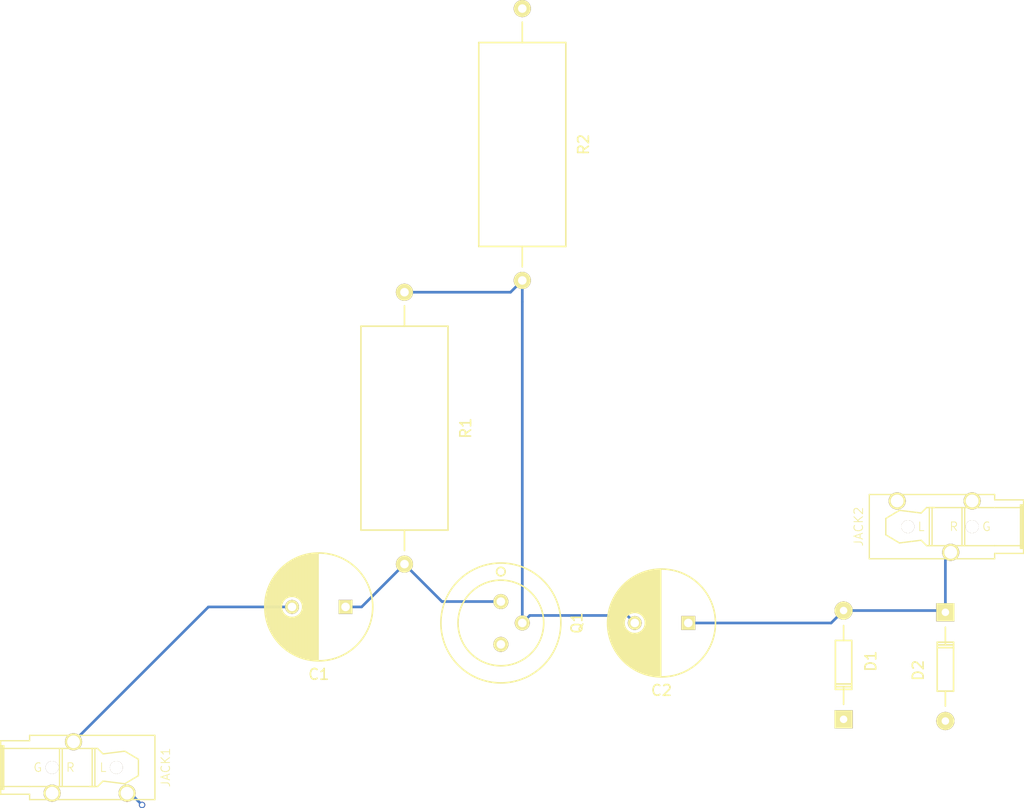
<source format=kicad_pcb>
(kicad_pcb (version 4) (host pcbnew 4.0.2-4+6225~38~ubuntu15.10.1-stable)

  (general
    (links 13)
    (no_connects 12)
    (area 78.06074 81.8 176.96306 145.325)
    (thickness 1.6)
    (drawings 0)
    (tracks 24)
    (zones 0)
    (modules 9)
    (nets 9)
  )

  (page A4)
  (layers
    (0 F.Cu signal)
    (31 B.Cu signal)
    (32 B.Adhes user)
    (33 F.Adhes user)
    (34 B.Paste user)
    (35 F.Paste user)
    (36 B.SilkS user)
    (37 F.SilkS user)
    (38 B.Mask user)
    (39 F.Mask user)
    (40 Dwgs.User user)
    (41 Cmts.User user)
    (42 Eco1.User user)
    (43 Eco2.User user)
    (44 Edge.Cuts user)
    (45 Margin user)
    (46 B.CrtYd user)
    (47 F.CrtYd user)
    (48 B.Fab user)
    (49 F.Fab user)
  )

  (setup
    (last_trace_width 0.25)
    (trace_clearance 0.2)
    (zone_clearance 0.508)
    (zone_45_only no)
    (trace_min 0.2)
    (segment_width 0.2)
    (edge_width 0.15)
    (via_size 0.6)
    (via_drill 0.4)
    (via_min_size 0.4)
    (via_min_drill 0.3)
    (uvia_size 0.3)
    (uvia_drill 0.1)
    (uvias_allowed no)
    (uvia_min_size 0.2)
    (uvia_min_drill 0.1)
    (pcb_text_width 0.3)
    (pcb_text_size 1.5 1.5)
    (mod_edge_width 0.15)
    (mod_text_size 1 1)
    (mod_text_width 0.15)
    (pad_size 1.524 1.524)
    (pad_drill 0.762)
    (pad_to_mask_clearance 0.2)
    (aux_axis_origin 0 0)
    (visible_elements FFFFFF7F)
    (pcbplotparams
      (layerselection 0x00030_80000001)
      (usegerberextensions false)
      (excludeedgelayer true)
      (linewidth 0.100000)
      (plotframeref false)
      (viasonmask false)
      (mode 1)
      (useauxorigin false)
      (hpglpennumber 1)
      (hpglpenspeed 20)
      (hpglpendiameter 15)
      (hpglpenoverlay 2)
      (psnegative false)
      (psa4output false)
      (plotreference true)
      (plotvalue true)
      (plotinvisibletext false)
      (padsonsilk false)
      (subtractmaskfromsilk false)
      (outputformat 1)
      (mirror false)
      (drillshape 1)
      (scaleselection 1)
      (outputdirectory ""))
  )

  (net 0 "")
  (net 1 "Net-(C1-Pad1)")
  (net 2 "Net-(C1-Pad2)")
  (net 3 "Net-(C2-Pad1)")
  (net 4 "Net-(C2-Pad2)")
  (net 5 GND)
  (net 6 "Net-(JACK2-Pad3)")
  (net 7 +9V)
  (net 8 "Net-(JACK1-Pad3)")

  (net_class Default "This is the default net class."
    (clearance 0.2)
    (trace_width 0.25)
    (via_dia 0.6)
    (via_drill 0.4)
    (uvia_dia 0.3)
    (uvia_drill 0.1)
    (add_net +9V)
    (add_net GND)
    (add_net "Net-(C1-Pad1)")
    (add_net "Net-(C1-Pad2)")
    (add_net "Net-(C2-Pad1)")
    (add_net "Net-(C2-Pad2)")
    (add_net "Net-(JACK1-Pad3)")
    (add_net "Net-(JACK2-Pad3)")
  )

  (module Capacitors_ThroughHole:C_Radial_D10_L20_P5 (layer F.Cu) (tedit 0) (tstamp 56FEDDAA)
    (at 112 109 180)
    (descr "Radial Electrolytic Capacitor Diameter 10mm x Length 20mm, Pitch 5mm")
    (tags "Electrolytic Capacitor")
    (path /56FFF27B)
    (fp_text reference C1 (at 2.5 -6.3 180) (layer F.SilkS)
      (effects (font (size 1 1) (thickness 0.15)))
    )
    (fp_text value 4.7uF (at 2.5 6.3 180) (layer F.Fab)
      (effects (font (size 1 1) (thickness 0.15)))
    )
    (fp_line (start 2.575 -4.999) (end 2.575 4.999) (layer F.SilkS) (width 0.15))
    (fp_line (start 2.715 -4.995) (end 2.715 4.995) (layer F.SilkS) (width 0.15))
    (fp_line (start 2.855 -4.987) (end 2.855 4.987) (layer F.SilkS) (width 0.15))
    (fp_line (start 2.995 -4.975) (end 2.995 4.975) (layer F.SilkS) (width 0.15))
    (fp_line (start 3.135 -4.96) (end 3.135 4.96) (layer F.SilkS) (width 0.15))
    (fp_line (start 3.275 -4.94) (end 3.275 4.94) (layer F.SilkS) (width 0.15))
    (fp_line (start 3.415 -4.916) (end 3.415 4.916) (layer F.SilkS) (width 0.15))
    (fp_line (start 3.555 -4.887) (end 3.555 4.887) (layer F.SilkS) (width 0.15))
    (fp_line (start 3.695 -4.855) (end 3.695 4.855) (layer F.SilkS) (width 0.15))
    (fp_line (start 3.835 -4.818) (end 3.835 4.818) (layer F.SilkS) (width 0.15))
    (fp_line (start 3.975 -4.777) (end 3.975 4.777) (layer F.SilkS) (width 0.15))
    (fp_line (start 4.115 -4.732) (end 4.115 -0.466) (layer F.SilkS) (width 0.15))
    (fp_line (start 4.115 0.466) (end 4.115 4.732) (layer F.SilkS) (width 0.15))
    (fp_line (start 4.255 -4.682) (end 4.255 -0.667) (layer F.SilkS) (width 0.15))
    (fp_line (start 4.255 0.667) (end 4.255 4.682) (layer F.SilkS) (width 0.15))
    (fp_line (start 4.395 -4.627) (end 4.395 -0.796) (layer F.SilkS) (width 0.15))
    (fp_line (start 4.395 0.796) (end 4.395 4.627) (layer F.SilkS) (width 0.15))
    (fp_line (start 4.535 -4.567) (end 4.535 -0.885) (layer F.SilkS) (width 0.15))
    (fp_line (start 4.535 0.885) (end 4.535 4.567) (layer F.SilkS) (width 0.15))
    (fp_line (start 4.675 -4.502) (end 4.675 -0.946) (layer F.SilkS) (width 0.15))
    (fp_line (start 4.675 0.946) (end 4.675 4.502) (layer F.SilkS) (width 0.15))
    (fp_line (start 4.815 -4.432) (end 4.815 -0.983) (layer F.SilkS) (width 0.15))
    (fp_line (start 4.815 0.983) (end 4.815 4.432) (layer F.SilkS) (width 0.15))
    (fp_line (start 4.955 -4.356) (end 4.955 -0.999) (layer F.SilkS) (width 0.15))
    (fp_line (start 4.955 0.999) (end 4.955 4.356) (layer F.SilkS) (width 0.15))
    (fp_line (start 5.095 -4.274) (end 5.095 -0.995) (layer F.SilkS) (width 0.15))
    (fp_line (start 5.095 0.995) (end 5.095 4.274) (layer F.SilkS) (width 0.15))
    (fp_line (start 5.235 -4.186) (end 5.235 -0.972) (layer F.SilkS) (width 0.15))
    (fp_line (start 5.235 0.972) (end 5.235 4.186) (layer F.SilkS) (width 0.15))
    (fp_line (start 5.375 -4.091) (end 5.375 -0.927) (layer F.SilkS) (width 0.15))
    (fp_line (start 5.375 0.927) (end 5.375 4.091) (layer F.SilkS) (width 0.15))
    (fp_line (start 5.515 -3.989) (end 5.515 -0.857) (layer F.SilkS) (width 0.15))
    (fp_line (start 5.515 0.857) (end 5.515 3.989) (layer F.SilkS) (width 0.15))
    (fp_line (start 5.655 -3.879) (end 5.655 -0.756) (layer F.SilkS) (width 0.15))
    (fp_line (start 5.655 0.756) (end 5.655 3.879) (layer F.SilkS) (width 0.15))
    (fp_line (start 5.795 -3.761) (end 5.795 -0.607) (layer F.SilkS) (width 0.15))
    (fp_line (start 5.795 0.607) (end 5.795 3.761) (layer F.SilkS) (width 0.15))
    (fp_line (start 5.935 -3.633) (end 5.935 -0.355) (layer F.SilkS) (width 0.15))
    (fp_line (start 5.935 0.355) (end 5.935 3.633) (layer F.SilkS) (width 0.15))
    (fp_line (start 6.075 -3.496) (end 6.075 3.496) (layer F.SilkS) (width 0.15))
    (fp_line (start 6.215 -3.346) (end 6.215 3.346) (layer F.SilkS) (width 0.15))
    (fp_line (start 6.355 -3.184) (end 6.355 3.184) (layer F.SilkS) (width 0.15))
    (fp_line (start 6.495 -3.007) (end 6.495 3.007) (layer F.SilkS) (width 0.15))
    (fp_line (start 6.635 -2.811) (end 6.635 2.811) (layer F.SilkS) (width 0.15))
    (fp_line (start 6.775 -2.593) (end 6.775 2.593) (layer F.SilkS) (width 0.15))
    (fp_line (start 6.915 -2.347) (end 6.915 2.347) (layer F.SilkS) (width 0.15))
    (fp_line (start 7.055 -2.062) (end 7.055 2.062) (layer F.SilkS) (width 0.15))
    (fp_line (start 7.195 -1.72) (end 7.195 1.72) (layer F.SilkS) (width 0.15))
    (fp_line (start 7.335 -1.274) (end 7.335 1.274) (layer F.SilkS) (width 0.15))
    (fp_line (start 7.475 -0.499) (end 7.475 0.499) (layer F.SilkS) (width 0.15))
    (fp_circle (center 5 0) (end 5 -1) (layer F.SilkS) (width 0.15))
    (fp_circle (center 2.5 0) (end 2.5 -5.0375) (layer F.SilkS) (width 0.15))
    (fp_circle (center 2.5 0) (end 2.5 -5.3) (layer F.CrtYd) (width 0.05))
    (pad 1 thru_hole rect (at 0 0 180) (size 1.3 1.3) (drill 0.8) (layers *.Cu *.Mask F.SilkS)
      (net 1 "Net-(C1-Pad1)"))
    (pad 2 thru_hole circle (at 5 0 180) (size 1.3 1.3) (drill 0.8) (layers *.Cu *.Mask F.SilkS)
      (net 2 "Net-(C1-Pad2)"))
    (model Capacitors_ThroughHole.3dshapes/C_Radial_D10_L20_P5.wrl
      (at (xyz 0 0 0))
      (scale (xyz 1 1 1))
      (rotate (xyz 0 0 0))
    )
  )

  (module Capacitors_ThroughHole:C_Radial_D10_L20_P5 (layer F.Cu) (tedit 0) (tstamp 56FEDDE5)
    (at 144 110.5 180)
    (descr "Radial Electrolytic Capacitor Diameter 10mm x Length 20mm, Pitch 5mm")
    (tags "Electrolytic Capacitor")
    (path /56FFF2A8)
    (fp_text reference C2 (at 2.5 -6.3 180) (layer F.SilkS)
      (effects (font (size 1 1) (thickness 0.15)))
    )
    (fp_text value 22uF (at 2.5 6.3 180) (layer F.Fab)
      (effects (font (size 1 1) (thickness 0.15)))
    )
    (fp_line (start 2.575 -4.999) (end 2.575 4.999) (layer F.SilkS) (width 0.15))
    (fp_line (start 2.715 -4.995) (end 2.715 4.995) (layer F.SilkS) (width 0.15))
    (fp_line (start 2.855 -4.987) (end 2.855 4.987) (layer F.SilkS) (width 0.15))
    (fp_line (start 2.995 -4.975) (end 2.995 4.975) (layer F.SilkS) (width 0.15))
    (fp_line (start 3.135 -4.96) (end 3.135 4.96) (layer F.SilkS) (width 0.15))
    (fp_line (start 3.275 -4.94) (end 3.275 4.94) (layer F.SilkS) (width 0.15))
    (fp_line (start 3.415 -4.916) (end 3.415 4.916) (layer F.SilkS) (width 0.15))
    (fp_line (start 3.555 -4.887) (end 3.555 4.887) (layer F.SilkS) (width 0.15))
    (fp_line (start 3.695 -4.855) (end 3.695 4.855) (layer F.SilkS) (width 0.15))
    (fp_line (start 3.835 -4.818) (end 3.835 4.818) (layer F.SilkS) (width 0.15))
    (fp_line (start 3.975 -4.777) (end 3.975 4.777) (layer F.SilkS) (width 0.15))
    (fp_line (start 4.115 -4.732) (end 4.115 -0.466) (layer F.SilkS) (width 0.15))
    (fp_line (start 4.115 0.466) (end 4.115 4.732) (layer F.SilkS) (width 0.15))
    (fp_line (start 4.255 -4.682) (end 4.255 -0.667) (layer F.SilkS) (width 0.15))
    (fp_line (start 4.255 0.667) (end 4.255 4.682) (layer F.SilkS) (width 0.15))
    (fp_line (start 4.395 -4.627) (end 4.395 -0.796) (layer F.SilkS) (width 0.15))
    (fp_line (start 4.395 0.796) (end 4.395 4.627) (layer F.SilkS) (width 0.15))
    (fp_line (start 4.535 -4.567) (end 4.535 -0.885) (layer F.SilkS) (width 0.15))
    (fp_line (start 4.535 0.885) (end 4.535 4.567) (layer F.SilkS) (width 0.15))
    (fp_line (start 4.675 -4.502) (end 4.675 -0.946) (layer F.SilkS) (width 0.15))
    (fp_line (start 4.675 0.946) (end 4.675 4.502) (layer F.SilkS) (width 0.15))
    (fp_line (start 4.815 -4.432) (end 4.815 -0.983) (layer F.SilkS) (width 0.15))
    (fp_line (start 4.815 0.983) (end 4.815 4.432) (layer F.SilkS) (width 0.15))
    (fp_line (start 4.955 -4.356) (end 4.955 -0.999) (layer F.SilkS) (width 0.15))
    (fp_line (start 4.955 0.999) (end 4.955 4.356) (layer F.SilkS) (width 0.15))
    (fp_line (start 5.095 -4.274) (end 5.095 -0.995) (layer F.SilkS) (width 0.15))
    (fp_line (start 5.095 0.995) (end 5.095 4.274) (layer F.SilkS) (width 0.15))
    (fp_line (start 5.235 -4.186) (end 5.235 -0.972) (layer F.SilkS) (width 0.15))
    (fp_line (start 5.235 0.972) (end 5.235 4.186) (layer F.SilkS) (width 0.15))
    (fp_line (start 5.375 -4.091) (end 5.375 -0.927) (layer F.SilkS) (width 0.15))
    (fp_line (start 5.375 0.927) (end 5.375 4.091) (layer F.SilkS) (width 0.15))
    (fp_line (start 5.515 -3.989) (end 5.515 -0.857) (layer F.SilkS) (width 0.15))
    (fp_line (start 5.515 0.857) (end 5.515 3.989) (layer F.SilkS) (width 0.15))
    (fp_line (start 5.655 -3.879) (end 5.655 -0.756) (layer F.SilkS) (width 0.15))
    (fp_line (start 5.655 0.756) (end 5.655 3.879) (layer F.SilkS) (width 0.15))
    (fp_line (start 5.795 -3.761) (end 5.795 -0.607) (layer F.SilkS) (width 0.15))
    (fp_line (start 5.795 0.607) (end 5.795 3.761) (layer F.SilkS) (width 0.15))
    (fp_line (start 5.935 -3.633) (end 5.935 -0.355) (layer F.SilkS) (width 0.15))
    (fp_line (start 5.935 0.355) (end 5.935 3.633) (layer F.SilkS) (width 0.15))
    (fp_line (start 6.075 -3.496) (end 6.075 3.496) (layer F.SilkS) (width 0.15))
    (fp_line (start 6.215 -3.346) (end 6.215 3.346) (layer F.SilkS) (width 0.15))
    (fp_line (start 6.355 -3.184) (end 6.355 3.184) (layer F.SilkS) (width 0.15))
    (fp_line (start 6.495 -3.007) (end 6.495 3.007) (layer F.SilkS) (width 0.15))
    (fp_line (start 6.635 -2.811) (end 6.635 2.811) (layer F.SilkS) (width 0.15))
    (fp_line (start 6.775 -2.593) (end 6.775 2.593) (layer F.SilkS) (width 0.15))
    (fp_line (start 6.915 -2.347) (end 6.915 2.347) (layer F.SilkS) (width 0.15))
    (fp_line (start 7.055 -2.062) (end 7.055 2.062) (layer F.SilkS) (width 0.15))
    (fp_line (start 7.195 -1.72) (end 7.195 1.72) (layer F.SilkS) (width 0.15))
    (fp_line (start 7.335 -1.274) (end 7.335 1.274) (layer F.SilkS) (width 0.15))
    (fp_line (start 7.475 -0.499) (end 7.475 0.499) (layer F.SilkS) (width 0.15))
    (fp_circle (center 5 0) (end 5 -1) (layer F.SilkS) (width 0.15))
    (fp_circle (center 2.5 0) (end 2.5 -5.0375) (layer F.SilkS) (width 0.15))
    (fp_circle (center 2.5 0) (end 2.5 -5.3) (layer F.CrtYd) (width 0.05))
    (pad 1 thru_hole rect (at 0 0 180) (size 1.3 1.3) (drill 0.8) (layers *.Cu *.Mask F.SilkS)
      (net 3 "Net-(C2-Pad1)"))
    (pad 2 thru_hole circle (at 5 0 180) (size 1.3 1.3) (drill 0.8) (layers *.Cu *.Mask F.SilkS)
      (net 4 "Net-(C2-Pad2)"))
    (model Capacitors_ThroughHole.3dshapes/C_Radial_D10_L20_P5.wrl
      (at (xyz 0 0 0))
      (scale (xyz 1 1 1))
      (rotate (xyz 0 0 0))
    )
  )

  (module Diodes_ThroughHole:Diode_DO-35_SOD27_Horizontal_RM10 (layer F.Cu) (tedit 552FFC30) (tstamp 56FEDDF4)
    (at 158.5 119.5 90)
    (descr "Diode, DO-35,  SOD27, Horizontal, RM 10mm")
    (tags "Diode, DO-35, SOD27, Horizontal, RM 10mm, 1N4148,")
    (path /56FFF9EF)
    (fp_text reference D1 (at 5.43052 2.53746 90) (layer F.SilkS)
      (effects (font (size 1 1) (thickness 0.15)))
    )
    (fp_text value D (at 4.41452 -3.55854 90) (layer F.Fab)
      (effects (font (size 1 1) (thickness 0.15)))
    )
    (fp_line (start 7.36652 -0.00254) (end 8.76352 -0.00254) (layer F.SilkS) (width 0.15))
    (fp_line (start 2.92152 -0.00254) (end 1.39752 -0.00254) (layer F.SilkS) (width 0.15))
    (fp_line (start 3.30252 -0.76454) (end 3.30252 0.75946) (layer F.SilkS) (width 0.15))
    (fp_line (start 3.04852 -0.76454) (end 3.04852 0.75946) (layer F.SilkS) (width 0.15))
    (fp_line (start 2.79452 -0.00254) (end 2.79452 0.75946) (layer F.SilkS) (width 0.15))
    (fp_line (start 2.79452 0.75946) (end 7.36652 0.75946) (layer F.SilkS) (width 0.15))
    (fp_line (start 7.36652 0.75946) (end 7.36652 -0.76454) (layer F.SilkS) (width 0.15))
    (fp_line (start 7.36652 -0.76454) (end 2.79452 -0.76454) (layer F.SilkS) (width 0.15))
    (fp_line (start 2.79452 -0.76454) (end 2.79452 -0.00254) (layer F.SilkS) (width 0.15))
    (pad 2 thru_hole circle (at 10.16052 -0.00254 270) (size 1.69926 1.69926) (drill 0.70104) (layers *.Cu *.Mask F.SilkS)
      (net 3 "Net-(C2-Pad1)"))
    (pad 1 thru_hole rect (at 0.00052 -0.00254 270) (size 1.69926 1.69926) (drill 0.70104) (layers *.Cu *.Mask F.SilkS)
      (net 5 GND))
    (model Diodes_ThroughHole.3dshapes/Diode_DO-35_SOD27_Horizontal_RM10.wrl
      (at (xyz 0.2 0 0))
      (scale (xyz 0.4 0.4 0.4))
      (rotate (xyz 0 0 180))
    )
  )

  (module Diodes_ThroughHole:Diode_DO-35_SOD27_Horizontal_RM10 (layer F.Cu) (tedit 552FFC30) (tstamp 56FEDE03)
    (at 168 109.5 270)
    (descr "Diode, DO-35,  SOD27, Horizontal, RM 10mm")
    (tags "Diode, DO-35, SOD27, Horizontal, RM 10mm, 1N4148,")
    (path /56FFFA36)
    (fp_text reference D2 (at 5.43052 2.53746 270) (layer F.SilkS)
      (effects (font (size 1 1) (thickness 0.15)))
    )
    (fp_text value D (at 4.41452 -3.55854 270) (layer F.Fab)
      (effects (font (size 1 1) (thickness 0.15)))
    )
    (fp_line (start 7.36652 -0.00254) (end 8.76352 -0.00254) (layer F.SilkS) (width 0.15))
    (fp_line (start 2.92152 -0.00254) (end 1.39752 -0.00254) (layer F.SilkS) (width 0.15))
    (fp_line (start 3.30252 -0.76454) (end 3.30252 0.75946) (layer F.SilkS) (width 0.15))
    (fp_line (start 3.04852 -0.76454) (end 3.04852 0.75946) (layer F.SilkS) (width 0.15))
    (fp_line (start 2.79452 -0.00254) (end 2.79452 0.75946) (layer F.SilkS) (width 0.15))
    (fp_line (start 2.79452 0.75946) (end 7.36652 0.75946) (layer F.SilkS) (width 0.15))
    (fp_line (start 7.36652 0.75946) (end 7.36652 -0.76454) (layer F.SilkS) (width 0.15))
    (fp_line (start 7.36652 -0.76454) (end 2.79452 -0.76454) (layer F.SilkS) (width 0.15))
    (fp_line (start 2.79452 -0.76454) (end 2.79452 -0.00254) (layer F.SilkS) (width 0.15))
    (pad 2 thru_hole circle (at 10.16052 -0.00254 90) (size 1.69926 1.69926) (drill 0.70104) (layers *.Cu *.Mask F.SilkS)
      (net 5 GND))
    (pad 1 thru_hole rect (at 0.00052 -0.00254 90) (size 1.69926 1.69926) (drill 0.70104) (layers *.Cu *.Mask F.SilkS)
      (net 3 "Net-(C2-Pad1)"))
    (model Diodes_ThroughHole.3dshapes/Diode_DO-35_SOD27_Horizontal_RM10.wrl
      (at (xyz 0.2 0 0))
      (scale (xyz 0.4 0.4 0.4))
      (rotate (xyz 0 0 180))
    )
  )

  (module ab2_audio:AB2_JACK_3.5MM-3P-PTH (layer F.Cu) (tedit 55C6C15C) (tstamp 56FEDE2E)
    (at 82.5 124)
    (path /570003D4)
    (fp_text reference JACK1 (at 12.7 0 90) (layer F.SilkS)
      (effects (font (size 0.8128 0.8128) (thickness 0.0762)))
    )
    (fp_text value AB2_JACK_3.5MM-3P (at -3.556 0 90) (layer F.SilkS) hide
      (effects (font (size 0.8128 0.8128) (thickness 0.0762)))
    )
    (fp_line (start 5.842 -1.778) (end 5.842 1.778) (layer F.SilkS) (width 0.127))
    (fp_line (start 2.794 -1.778) (end 2.794 1.778) (layer F.SilkS) (width 0.127))
    (fp_text user G (at 0.762 0) (layer F.SilkS)
      (effects (font (size 0.8128 0.8128) (thickness 0.0762)))
    )
    (fp_line (start -2.667 2.032) (end -2.667 -2.032) (layer F.SilkS) (width 0.127))
    (fp_line (start -2.54 2.032) (end -2.54 -2.032) (layer F.SilkS) (width 0.127))
    (fp_line (start -2.413 -1.905) (end -2.413 -2.032) (layer F.SilkS) (width 0.127))
    (fp_line (start -2.413 -2.032) (end -2.667 -2.032) (layer F.SilkS) (width 0.127))
    (fp_line (start -2.413 1.905) (end -2.413 2.032) (layer F.SilkS) (width 0.127))
    (fp_line (start -2.413 2.032) (end -2.667 2.032) (layer F.SilkS) (width 0.127))
    (fp_line (start -2.413 -1.905) (end -2.413 1.905) (layer F.SilkS) (width 0.127))
    (fp_line (start 0 -1.778) (end -2.667 -1.778) (layer F.SilkS) (width 0.127))
    (fp_line (start 0 1.778) (end -2.667 1.778) (layer F.SilkS) (width 0.127))
    (fp_text user L (at 6.858 0) (layer F.SilkS)
      (effects (font (size 0.8128 0.8128) (thickness 0.0762)))
    )
    (fp_text user R (at 3.81 0) (layer F.SilkS)
      (effects (font (size 0.8128 0.8128) (thickness 0.0762)))
    )
    (fp_line (start 8.89 -1.524) (end 6.858 -1.27) (layer F.SilkS) (width 0.127))
    (fp_line (start 6.858 -1.27) (end 6.35 -1.778) (layer F.SilkS) (width 0.127))
    (fp_line (start 3.048 1.778) (end 3.048 -1.778) (layer F.SilkS) (width 0.127))
    (fp_line (start 6.096 -1.778) (end 6.096 1.778) (layer F.SilkS) (width 0.127))
    (fp_line (start 6.096 1.778) (end 5.588 1.778) (layer F.SilkS) (width 0.127))
    (fp_line (start 6.35 -1.778) (end 0 -1.778) (layer F.SilkS) (width 0.127))
    (fp_line (start 6.858 1.27) (end 8.89 1.524) (layer F.SilkS) (width 0.127))
    (fp_line (start 8.89 1.524) (end 10.16 0.762) (layer F.SilkS) (width 0.127))
    (fp_line (start 10.16 0.762) (end 10.16 -0.762) (layer F.SilkS) (width 0.127))
    (fp_line (start 10.16 -0.762) (end 8.89 -1.524) (layer F.SilkS) (width 0.127))
    (fp_line (start 0 1.778) (end 6.35 1.778) (layer F.SilkS) (width 0.127))
    (fp_line (start 6.35 1.778) (end 6.858 1.27) (layer F.SilkS) (width 0.127))
    (fp_line (start 0 -2.5) (end 0 -3) (layer F.SilkS) (width 0.127))
    (fp_line (start 0 -3) (end 11.7 -3) (layer F.SilkS) (width 0.127))
    (fp_line (start 11.7 -3) (end 11.7 3) (layer F.SilkS) (width 0.127))
    (fp_line (start 11.7 3) (end 0 3) (layer F.SilkS) (width 0.127))
    (fp_line (start 0 3) (end 0 2.5) (layer F.SilkS) (width 0.127))
    (fp_line (start 0 -2.5) (end -2.7 -2.5) (layer F.SilkS) (width 0.127))
    (fp_line (start -2.7 -2.5) (end -2.7 2.5) (layer F.SilkS) (width 0.127))
    (fp_line (start -2.7 2.5) (end 0 2.5) (layer F.SilkS) (width 0.127))
    (pad 3 thru_hole circle (at 2.1 2.4) (size 1.6 1.6) (drill 1.2) (layers *.Cu *.Mask F.SilkS)
      (net 8 "Net-(JACK1-Pad3)"))
    (pad 2 thru_hole circle (at 4.1 -2.4) (size 1.6 1.6) (drill 1.2) (layers *.Cu *.Mask F.SilkS)
      (net 2 "Net-(C1-Pad2)"))
    (pad 4 thru_hole circle (at 9.1 2.4) (size 1.6 1.6) (drill 1.2) (layers *.Cu *.Mask F.SilkS)
      (net 5 GND))
    (pad "" thru_hole circle (at 2.1 0) (size 1.2 1.2) (drill 1.2) (layers *.Cu *.Mask F.SilkS))
    (pad "" thru_hole circle (at 8.1 0) (size 1.2 1.2) (drill 1.2) (layers *.Cu *.Mask F.SilkS))
    (model ../3d_models/ab2_connector/AB2_TRS_3p5MM_PTH.wrl
      (at (xyz 0 0 0))
      (scale (xyz 0.3937 0.3937 0.3937))
      (rotate (xyz 0 0 0))
    )
  )

  (module ab2_audio:AB2_JACK_3.5MM-3P-PTH (layer F.Cu) (tedit 55C6C15C) (tstamp 56FEDE59)
    (at 172.6 101.5 180)
    (path /57000690)
    (fp_text reference JACK2 (at 12.7 0 270) (layer F.SilkS)
      (effects (font (size 0.8128 0.8128) (thickness 0.0762)))
    )
    (fp_text value AB2_JACK_3.5MM-3P (at -3.556 0 270) (layer F.SilkS) hide
      (effects (font (size 0.8128 0.8128) (thickness 0.0762)))
    )
    (fp_line (start 5.842 -1.778) (end 5.842 1.778) (layer F.SilkS) (width 0.127))
    (fp_line (start 2.794 -1.778) (end 2.794 1.778) (layer F.SilkS) (width 0.127))
    (fp_text user G (at 0.762 0 180) (layer F.SilkS)
      (effects (font (size 0.8128 0.8128) (thickness 0.0762)))
    )
    (fp_line (start -2.667 2.032) (end -2.667 -2.032) (layer F.SilkS) (width 0.127))
    (fp_line (start -2.54 2.032) (end -2.54 -2.032) (layer F.SilkS) (width 0.127))
    (fp_line (start -2.413 -1.905) (end -2.413 -2.032) (layer F.SilkS) (width 0.127))
    (fp_line (start -2.413 -2.032) (end -2.667 -2.032) (layer F.SilkS) (width 0.127))
    (fp_line (start -2.413 1.905) (end -2.413 2.032) (layer F.SilkS) (width 0.127))
    (fp_line (start -2.413 2.032) (end -2.667 2.032) (layer F.SilkS) (width 0.127))
    (fp_line (start -2.413 -1.905) (end -2.413 1.905) (layer F.SilkS) (width 0.127))
    (fp_line (start 0 -1.778) (end -2.667 -1.778) (layer F.SilkS) (width 0.127))
    (fp_line (start 0 1.778) (end -2.667 1.778) (layer F.SilkS) (width 0.127))
    (fp_text user L (at 6.858 0 180) (layer F.SilkS)
      (effects (font (size 0.8128 0.8128) (thickness 0.0762)))
    )
    (fp_text user R (at 3.81 0 180) (layer F.SilkS)
      (effects (font (size 0.8128 0.8128) (thickness 0.0762)))
    )
    (fp_line (start 8.89 -1.524) (end 6.858 -1.27) (layer F.SilkS) (width 0.127))
    (fp_line (start 6.858 -1.27) (end 6.35 -1.778) (layer F.SilkS) (width 0.127))
    (fp_line (start 3.048 1.778) (end 3.048 -1.778) (layer F.SilkS) (width 0.127))
    (fp_line (start 6.096 -1.778) (end 6.096 1.778) (layer F.SilkS) (width 0.127))
    (fp_line (start 6.096 1.778) (end 5.588 1.778) (layer F.SilkS) (width 0.127))
    (fp_line (start 6.35 -1.778) (end 0 -1.778) (layer F.SilkS) (width 0.127))
    (fp_line (start 6.858 1.27) (end 8.89 1.524) (layer F.SilkS) (width 0.127))
    (fp_line (start 8.89 1.524) (end 10.16 0.762) (layer F.SilkS) (width 0.127))
    (fp_line (start 10.16 0.762) (end 10.16 -0.762) (layer F.SilkS) (width 0.127))
    (fp_line (start 10.16 -0.762) (end 8.89 -1.524) (layer F.SilkS) (width 0.127))
    (fp_line (start 0 1.778) (end 6.35 1.778) (layer F.SilkS) (width 0.127))
    (fp_line (start 6.35 1.778) (end 6.858 1.27) (layer F.SilkS) (width 0.127))
    (fp_line (start 0 -2.5) (end 0 -3) (layer F.SilkS) (width 0.127))
    (fp_line (start 0 -3) (end 11.7 -3) (layer F.SilkS) (width 0.127))
    (fp_line (start 11.7 -3) (end 11.7 3) (layer F.SilkS) (width 0.127))
    (fp_line (start 11.7 3) (end 0 3) (layer F.SilkS) (width 0.127))
    (fp_line (start 0 3) (end 0 2.5) (layer F.SilkS) (width 0.127))
    (fp_line (start 0 -2.5) (end -2.7 -2.5) (layer F.SilkS) (width 0.127))
    (fp_line (start -2.7 -2.5) (end -2.7 2.5) (layer F.SilkS) (width 0.127))
    (fp_line (start -2.7 2.5) (end 0 2.5) (layer F.SilkS) (width 0.127))
    (pad 3 thru_hole circle (at 2.1 2.4 180) (size 1.6 1.6) (drill 1.2) (layers *.Cu *.Mask F.SilkS)
      (net 6 "Net-(JACK2-Pad3)"))
    (pad 2 thru_hole circle (at 4.1 -2.4 180) (size 1.6 1.6) (drill 1.2) (layers *.Cu *.Mask F.SilkS)
      (net 3 "Net-(C2-Pad1)"))
    (pad 4 thru_hole circle (at 9.1 2.4 180) (size 1.6 1.6) (drill 1.2) (layers *.Cu *.Mask F.SilkS)
      (net 5 GND))
    (pad "" thru_hole circle (at 2.1 0 180) (size 1.2 1.2) (drill 1.2) (layers *.Cu *.Mask F.SilkS))
    (pad "" thru_hole circle (at 8.1 0 180) (size 1.2 1.2) (drill 1.2) (layers *.Cu *.Mask F.SilkS))
    (model ../3d_models/ab2_connector/AB2_TRS_3p5MM_PTH.wrl
      (at (xyz 0 0 0))
      (scale (xyz 0.3937 0.3937 0.3937))
      (rotate (xyz 0 0 0))
    )
  )

  (module Transistors_OldSowjetAera:OldSowjetaera_Transistor_Type-II_SmallPads (layer F.Cu) (tedit 0) (tstamp 56FEDE63)
    (at 126.5 110.5 270)
    (path /56FFF55F)
    (fp_text reference Q1 (at 0 -7.1 270) (layer F.SilkS)
      (effects (font (size 1 1) (thickness 0.15)))
    )
    (fp_text value Q_NPN_BCE (at 0.1 7.6 270) (layer F.Fab)
      (effects (font (size 1 1) (thickness 0.15)))
    )
    (fp_circle (center -4.8 0) (end -4.8 0.4) (layer F.SilkS) (width 0.15))
    (fp_circle (center 0 0) (end 4 0) (layer F.SilkS) (width 0.15))
    (fp_circle (center 0 0) (end 5.6 0) (layer F.SilkS) (width 0.15))
    (pad 2 thru_hole circle (at 0 -2 270) (size 1.4 1.4) (drill 0.8) (layers *.Cu *.Mask F.SilkS)
      (net 4 "Net-(C2-Pad2)"))
    (pad 1 thru_hole circle (at -2 0 270) (size 1.4 1.4) (drill 0.8) (layers *.Cu *.Mask F.SilkS)
      (net 1 "Net-(C1-Pad1)"))
    (pad 3 thru_hole circle (at 2 0 270) (size 1.4 1.4) (drill 0.8) (layers *.Cu *.Mask F.SilkS)
      (net 5 GND))
    (model Transistors_OldSowjetAera.3dshapes/OldSowjetaera_Transistor_Type-II_SmallPads.wrl
      (at (xyz 0 0 0))
      (scale (xyz 0.3937 0.3937 0.3937))
      (rotate (xyz 0 0 0))
    )
  )

  (module Resistors_ThroughHole:Resistor_Ceramic_Horizontal_L19mm-W8mm-H8mm-p25mm (layer F.Cu) (tedit 53FEE15C) (tstamp 56FEDE6F)
    (at 117.5 92.3 270)
    (descr "Resistor, Ceramic, Horizontal")
    (tags "Resistor, Ceramic, Horizontal")
    (path /56FFF206)
    (fp_text reference R1 (at 0 -5.715 270) (layer F.SilkS)
      (effects (font (size 1 1) (thickness 0.15)))
    )
    (fp_text value 470K (at 0.635 6.35 270) (layer F.Fab)
      (effects (font (size 1 1) (thickness 0.15)))
    )
    (fp_line (start 9.525 0) (end 11.43 0) (layer F.SilkS) (width 0.15))
    (fp_line (start -9.525 0) (end -11.43 0) (layer F.SilkS) (width 0.15))
    (fp_line (start -9.525 -4.064) (end -9.525 4.064) (layer F.SilkS) (width 0.15))
    (fp_line (start -9.525 4.064) (end 9.525 4.064) (layer F.SilkS) (width 0.15))
    (fp_line (start 9.525 4.064) (end 9.525 -4.064) (layer F.SilkS) (width 0.15))
    (fp_line (start 9.525 -4.064) (end -9.525 -4.064) (layer F.SilkS) (width 0.15))
    (pad 1 thru_hole circle (at -12.7 0 90) (size 1.6 1.6) (drill 0.8) (layers *.Cu *.Mask F.SilkS)
      (net 4 "Net-(C2-Pad2)"))
    (pad 2 thru_hole circle (at 12.7 0 90) (size 1.6 1.6) (drill 0.8) (layers *.Cu *.Mask F.SilkS)
      (net 1 "Net-(C1-Pad1)"))
    (model Resistors_ThroughHole.3dshapes/Resistor_Ceramic_Horizontal_L19mm-W8mm-H8mm-p25mm.wrl
      (at (xyz 0 0 0))
      (scale (xyz 4 4 4))
      (rotate (xyz 0 0 0))
    )
  )

  (module Resistors_ThroughHole:Resistor_Ceramic_Horizontal_L19mm-W8mm-H8mm-p25mm (layer F.Cu) (tedit 53FEE15C) (tstamp 56FEDE7B)
    (at 128.5 65.8 270)
    (descr "Resistor, Ceramic, Horizontal")
    (tags "Resistor, Ceramic, Horizontal")
    (path /56FFF243)
    (fp_text reference R2 (at 0 -5.715 270) (layer F.SilkS)
      (effects (font (size 1 1) (thickness 0.15)))
    )
    (fp_text value 18K (at 0.635 6.35 270) (layer F.Fab)
      (effects (font (size 1 1) (thickness 0.15)))
    )
    (fp_line (start 9.525 0) (end 11.43 0) (layer F.SilkS) (width 0.15))
    (fp_line (start -9.525 0) (end -11.43 0) (layer F.SilkS) (width 0.15))
    (fp_line (start -9.525 -4.064) (end -9.525 4.064) (layer F.SilkS) (width 0.15))
    (fp_line (start -9.525 4.064) (end 9.525 4.064) (layer F.SilkS) (width 0.15))
    (fp_line (start 9.525 4.064) (end 9.525 -4.064) (layer F.SilkS) (width 0.15))
    (fp_line (start 9.525 -4.064) (end -9.525 -4.064) (layer F.SilkS) (width 0.15))
    (pad 1 thru_hole circle (at -12.7 0 90) (size 1.6 1.6) (drill 0.8) (layers *.Cu *.Mask F.SilkS)
      (net 7 +9V))
    (pad 2 thru_hole circle (at 12.7 0 90) (size 1.6 1.6) (drill 0.8) (layers *.Cu *.Mask F.SilkS)
      (net 4 "Net-(C2-Pad2)"))
    (model Resistors_ThroughHole.3dshapes/Resistor_Ceramic_Horizontal_L19mm-W8mm-H8mm-p25mm.wrl
      (at (xyz 0 0 0))
      (scale (xyz 4 4 4))
      (rotate (xyz 0 0 0))
    )
  )

  (segment (start 117.5 105) (end 121 108.5) (width 0.25) (layer B.Cu) (net 1))
  (segment (start 121 108.5) (end 126.5 108.5) (width 0.25) (layer B.Cu) (net 1))
  (segment (start 112 109) (end 113.5 109) (width 0.25) (layer B.Cu) (net 1))
  (segment (start 113.5 109) (end 117.5 105) (width 0.25) (layer B.Cu) (net 1))
  (segment (start 107 109) (end 99.2 109) (width 0.25) (layer B.Cu) (net 2))
  (segment (start 99.2 109) (end 86.6 121.6) (width 0.25) (layer B.Cu) (net 2))
  (segment (start 168.00254 109.50052) (end 168.00254 104.39746) (width 0.25) (layer B.Cu) (net 3))
  (segment (start 168.00254 104.39746) (end 168.5 103.9) (width 0.25) (layer B.Cu) (net 3))
  (segment (start 158.49746 109.33948) (end 167.8415 109.33948) (width 0.25) (layer B.Cu) (net 3))
  (segment (start 167.8415 109.33948) (end 168.00254 109.50052) (width 0.25) (layer B.Cu) (net 3))
  (segment (start 144 110.5) (end 157.33694 110.5) (width 0.25) (layer B.Cu) (net 3))
  (segment (start 157.33694 110.5) (end 158.49746 109.33948) (width 0.25) (layer B.Cu) (net 3))
  (segment (start 128.5 78.5) (end 128.5 80.5) (width 0.25) (layer B.Cu) (net 4))
  (segment (start 128.5 80.5) (end 128.5 110.5) (width 0.25) (layer B.Cu) (net 4))
  (segment (start 117.5 79.6) (end 127.4 79.6) (width 0.25) (layer B.Cu) (net 4))
  (segment (start 127.4 79.6) (end 128.5 78.5) (width 0.25) (layer B.Cu) (net 4))
  (segment (start 128.5 110.5) (end 129.199999 109.800001) (width 0.25) (layer B.Cu) (net 4))
  (segment (start 129.199999 109.800001) (end 138.300001 109.800001) (width 0.25) (layer B.Cu) (net 4))
  (segment (start 138.300001 109.800001) (end 138.350001 109.850001) (width 0.25) (layer B.Cu) (net 4))
  (segment (start 138.350001 109.850001) (end 139 110.5) (width 0.25) (layer B.Cu) (net 4))
  (segment (start 91.6 126.4) (end 91.9 126.4) (width 0.25) (layer B.Cu) (net 5))
  (segment (start 91.9 126.4) (end 93 127.5) (width 0.25) (layer B.Cu) (net 5))
  (via (at 93 127.5) (size 0.6) (drill 0.4) (layers F.Cu B.Cu) (net 5))
  (segment (start 91.6 126.4) (end 91.6 127.1) (width 0.25) (layer F.Cu) (net 5))

)

</source>
